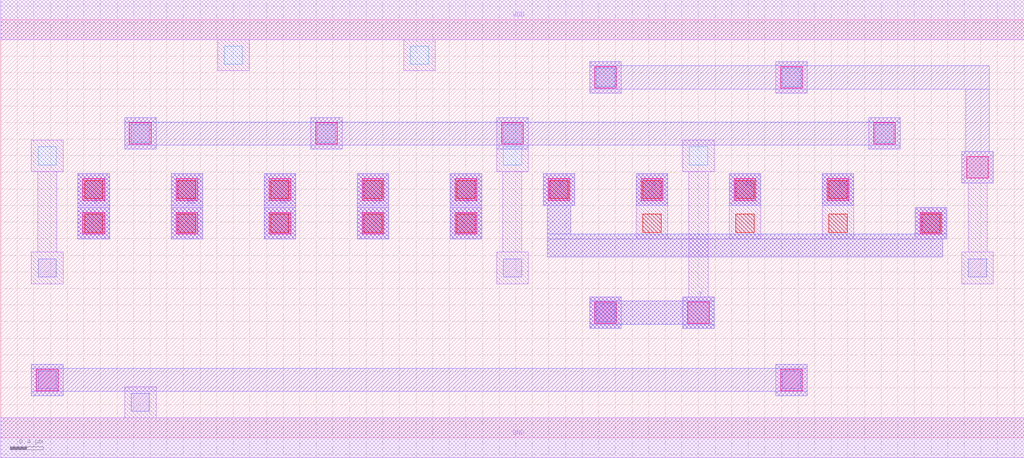
<source format=lef>
MACRO AAOAAOI2214
 CLASS CORE ;
 FOREIGN AAOAAOI2214 0 0 ;
 SIZE 12.32 BY 5.04 ;
 ORIGIN 0 0 ;
 SYMMETRY X Y R90 ;
 SITE unit ;
  PIN VDD
   DIRECTION INOUT ;
   USE POWER ;
   SHAPE ABUTMENT ;
    PORT
     CLASS CORE ;
       LAYER met1 ;
        RECT 0.00000000 4.80000000 12.32000000 5.28000000 ;
    END
  END VDD

  PIN GND
   DIRECTION INOUT ;
   USE POWER ;
   SHAPE ABUTMENT ;
    PORT
     CLASS CORE ;
       LAYER met1 ;
        RECT 0.00000000 -0.24000000 12.32000000 0.24000000 ;
    END
  END GND

  PIN Y
   DIRECTION INOUT ;
   USE SIGNAL ;
   SHAPE ABUTMENT ;
    PORT
     CLASS CORE ;
       LAYER met2 ;
        RECT 7.09000000 1.31700000 7.47000000 1.36700000 ;
        RECT 8.21000000 1.31700000 8.59000000 1.36700000 ;
        RECT 7.09000000 1.36700000 8.59000000 1.64700000 ;
        RECT 7.09000000 1.64700000 7.47000000 1.69700000 ;
        RECT 8.21000000 1.64700000 8.59000000 1.69700000 ;
    END
  END Y

  PIN D2
   DIRECTION INOUT ;
   USE SIGNAL ;
   SHAPE ABUTMENT ;
    PORT
     CLASS CORE ;
       LAYER met2 ;
        RECT 3.17000000 2.39700000 3.55000000 3.18200000 ;
    END
  END D2

  PIN A1
   DIRECTION INOUT ;
   USE SIGNAL ;
   SHAPE ABUTMENT ;
    PORT
     CLASS CORE ;
       LAYER met2 ;
        RECT 8.77000000 2.80200000 9.15000000 3.18200000 ;
    END
  END A1

  PIN B1
   DIRECTION INOUT ;
   USE SIGNAL ;
   SHAPE ABUTMENT ;
    PORT
     CLASS CORE ;
       LAYER met2 ;
        RECT 9.89000000 2.80200000 10.27000000 3.18200000 ;
    END
  END B1

  PIN C
   DIRECTION INOUT ;
   USE SIGNAL ;
   SHAPE ABUTMENT ;
    PORT
     CLASS CORE ;
       LAYER met2 ;
        RECT 0.93000000 2.39700000 1.31000000 3.18200000 ;
    END
  END C

  PIN B
   DIRECTION INOUT ;
   USE SIGNAL ;
   SHAPE ABUTMENT ;
    PORT
     CLASS CORE ;
       LAYER met2 ;
        RECT 6.58000000 2.17700000 11.34000000 2.39700000 ;
        RECT 6.58000000 2.39700000 11.39000000 2.45700000 ;
        RECT 11.01000000 2.45700000 11.39000000 2.77700000 ;
        RECT 6.58000000 2.45700000 6.86000000 2.80200000 ;
        RECT 6.53000000 2.80200000 6.91000000 3.18200000 ;
    END
  END B

  PIN A
   DIRECTION INOUT ;
   USE SIGNAL ;
   SHAPE ABUTMENT ;
    PORT
     CLASS CORE ;
       LAYER met2 ;
        RECT 7.65000000 2.80200000 8.03000000 3.18200000 ;
    END
  END A

  PIN D
   DIRECTION INOUT ;
   USE SIGNAL ;
   SHAPE ABUTMENT ;
    PORT
     CLASS CORE ;
       LAYER met2 ;
        RECT 5.41000000 2.39700000 5.79000000 3.18200000 ;
    END
  END D

  PIN D3
   DIRECTION INOUT ;
   USE SIGNAL ;
   SHAPE ABUTMENT ;
    PORT
     CLASS CORE ;
       LAYER met2 ;
        RECT 2.05000000 2.39700000 2.43000000 3.18200000 ;
    END
  END D3

  PIN D1
   DIRECTION INOUT ;
   USE SIGNAL ;
   SHAPE ABUTMENT ;
    PORT
     CLASS CORE ;
       LAYER met2 ;
        RECT 4.29000000 2.39700000 4.67000000 3.18200000 ;
    END
  END D1

 OBS
    LAYER polycont ;
     RECT 1.01000000 2.47700000 1.23000000 2.69700000 ;
     RECT 2.13000000 2.47700000 2.35000000 2.69700000 ;
     RECT 3.25000000 2.47700000 3.47000000 2.69700000 ;
     RECT 4.37000000 2.47700000 4.59000000 2.69700000 ;
     RECT 5.49000000 2.47700000 5.71000000 2.69700000 ;
     RECT 7.73000000 2.47700000 7.95000000 2.69700000 ;
     RECT 8.85000000 2.47700000 9.07000000 2.69700000 ;
     RECT 9.97000000 2.47700000 10.19000000 2.69700000 ;
     RECT 11.09000000 2.47700000 11.31000000 2.69700000 ;
     RECT 1.01000000 2.88200000 1.23000000 3.10200000 ;
     RECT 2.13000000 2.88200000 2.35000000 3.10200000 ;
     RECT 3.25000000 2.88200000 3.47000000 3.10200000 ;
     RECT 4.37000000 2.88200000 4.59000000 3.10200000 ;
     RECT 5.49000000 2.88200000 5.71000000 3.10200000 ;
     RECT 6.61000000 2.88200000 6.83000000 3.10200000 ;
     RECT 7.73000000 2.88200000 7.95000000 3.10200000 ;
     RECT 8.85000000 2.88200000 9.07000000 3.10200000 ;
     RECT 9.97000000 2.88200000 10.19000000 3.10200000 ;

    LAYER pdiffc ;
     RECT 0.45000000 3.28700000 0.67000000 3.50700000 ;
     RECT 6.05000000 3.28700000 6.27000000 3.50700000 ;
     RECT 8.29000000 3.28700000 8.51000000 3.50700000 ;
     RECT 1.57000000 3.55700000 1.79000000 3.77700000 ;
     RECT 3.81000000 3.55700000 4.03000000 3.77700000 ;
     RECT 6.05000000 3.55700000 6.27000000 3.77700000 ;
     RECT 10.53000000 3.55700000 10.75000000 3.77700000 ;
     RECT 7.17000000 4.23200000 7.39000000 4.45200000 ;
     RECT 9.41000000 4.23200000 9.63000000 4.45200000 ;
     RECT 2.69000000 4.50200000 2.91000000 4.72200000 ;
     RECT 4.93000000 4.50200000 5.15000000 4.72200000 ;

    LAYER ndiffc ;
     RECT 1.57000000 0.31700000 1.79000000 0.53700000 ;
     RECT 0.45000000 0.58700000 0.67000000 0.80700000 ;
     RECT 9.41000000 0.58700000 9.63000000 0.80700000 ;
     RECT 7.17000000 1.39700000 7.39000000 1.61700000 ;
     RECT 0.45000000 1.93700000 0.67000000 2.15700000 ;
     RECT 6.05000000 1.93700000 6.27000000 2.15700000 ;
     RECT 11.65000000 1.93700000 11.87000000 2.15700000 ;

    LAYER met1 ;
     RECT 0.00000000 -0.24000000 12.32000000 0.24000000 ;
     RECT 1.49000000 0.24000000 1.87000000 0.61700000 ;
     RECT 0.37000000 0.50700000 0.75000000 0.88700000 ;
     RECT 9.33000000 0.50700000 9.71000000 0.88700000 ;
     RECT 7.09000000 1.31700000 7.47000000 1.69700000 ;
     RECT 0.93000000 2.39700000 1.31000000 2.77700000 ;
     RECT 2.05000000 2.39700000 2.43000000 2.77700000 ;
     RECT 3.17000000 2.39700000 3.55000000 2.77700000 ;
     RECT 4.29000000 2.39700000 4.67000000 2.77700000 ;
     RECT 5.41000000 2.39700000 5.79000000 2.77700000 ;
     RECT 11.01000000 2.39700000 11.39000000 2.77700000 ;
     RECT 0.93000000 2.80200000 1.31000000 3.18200000 ;
     RECT 2.05000000 2.80200000 2.43000000 3.18200000 ;
     RECT 3.17000000 2.80200000 3.55000000 3.18200000 ;
     RECT 4.29000000 2.80200000 4.67000000 3.18200000 ;
     RECT 5.41000000 2.80200000 5.79000000 3.18200000 ;
     RECT 6.53000000 2.80200000 6.91000000 3.18200000 ;
     RECT 7.65000000 2.39700000 8.03000000 3.18200000 ;
     RECT 8.77000000 2.39700000 9.15000000 3.18200000 ;
     RECT 9.89000000 2.39700000 10.27000000 3.18200000 ;
     RECT 11.57000000 1.85700000 11.95000000 2.23700000 ;
     RECT 11.64500000 2.23700000 11.87500000 3.07200000 ;
     RECT 11.57000000 3.07200000 11.95000000 3.45200000 ;
     RECT 0.37000000 1.85700000 0.75000000 2.23700000 ;
     RECT 0.44500000 2.23700000 0.67500000 3.20700000 ;
     RECT 0.37000000 3.20700000 0.75000000 3.58700000 ;
     RECT 8.21000000 1.31700000 8.59000000 1.69700000 ;
     RECT 8.28500000 1.69700000 8.51500000 3.20700000 ;
     RECT 8.21000000 3.20700000 8.59000000 3.58700000 ;
     RECT 1.49000000 3.47700000 1.87000000 3.85700000 ;
     RECT 3.73000000 3.47700000 4.11000000 3.85700000 ;
     RECT 5.97000000 1.85700000 6.35000000 2.23700000 ;
     RECT 6.04500000 2.23700000 6.27500000 3.20700000 ;
     RECT 5.97000000 3.20700000 6.35000000 3.85700000 ;
     RECT 10.45000000 3.47700000 10.83000000 3.85700000 ;
     RECT 7.09000000 4.15200000 7.47000000 4.53200000 ;
     RECT 9.33000000 4.15200000 9.71000000 4.53200000 ;
     RECT 2.61000000 4.42200000 2.99000000 4.80000000 ;
     RECT 4.85000000 4.42200000 5.23000000 4.80000000 ;
     RECT 0.00000000 4.80000000 12.32000000 5.28000000 ;

    LAYER via1 ;
     RECT 0.43000000 0.56700000 0.69000000 0.82700000 ;
     RECT 9.39000000 0.56700000 9.65000000 0.82700000 ;
     RECT 7.15000000 1.37700000 7.41000000 1.63700000 ;
     RECT 8.27000000 1.37700000 8.53000000 1.63700000 ;
     RECT 0.99000000 2.45700000 1.25000000 2.71700000 ;
     RECT 2.11000000 2.45700000 2.37000000 2.71700000 ;
     RECT 3.23000000 2.45700000 3.49000000 2.71700000 ;
     RECT 4.35000000 2.45700000 4.61000000 2.71700000 ;
     RECT 5.47000000 2.45700000 5.73000000 2.71700000 ;
     RECT 11.07000000 2.45700000 11.33000000 2.71700000 ;
     RECT 0.99000000 2.86200000 1.25000000 3.12200000 ;
     RECT 2.11000000 2.86200000 2.37000000 3.12200000 ;
     RECT 3.23000000 2.86200000 3.49000000 3.12200000 ;
     RECT 4.35000000 2.86200000 4.61000000 3.12200000 ;
     RECT 5.47000000 2.86200000 5.73000000 3.12200000 ;
     RECT 6.59000000 2.86200000 6.85000000 3.12200000 ;
     RECT 7.71000000 2.86200000 7.97000000 3.12200000 ;
     RECT 8.83000000 2.86200000 9.09000000 3.12200000 ;
     RECT 9.95000000 2.86200000 10.21000000 3.12200000 ;
     RECT 11.63000000 3.13200000 11.89000000 3.39200000 ;
     RECT 1.55000000 3.53700000 1.81000000 3.79700000 ;
     RECT 3.79000000 3.53700000 4.05000000 3.79700000 ;
     RECT 6.03000000 3.53700000 6.29000000 3.79700000 ;
     RECT 10.51000000 3.53700000 10.77000000 3.79700000 ;
     RECT 7.15000000 4.21200000 7.41000000 4.47200000 ;
     RECT 9.39000000 4.21200000 9.65000000 4.47200000 ;

    LAYER met2 ;
     RECT 0.37000000 0.50700000 0.75000000 0.55700000 ;
     RECT 9.33000000 0.50700000 9.71000000 0.55700000 ;
     RECT 0.37000000 0.55700000 9.71000000 0.83700000 ;
     RECT 0.37000000 0.83700000 0.75000000 0.88700000 ;
     RECT 9.33000000 0.83700000 9.71000000 0.88700000 ;
     RECT 7.09000000 1.31700000 7.47000000 1.36700000 ;
     RECT 8.21000000 1.31700000 8.59000000 1.36700000 ;
     RECT 7.09000000 1.36700000 8.59000000 1.64700000 ;
     RECT 7.09000000 1.64700000 7.47000000 1.69700000 ;
     RECT 8.21000000 1.64700000 8.59000000 1.69700000 ;
     RECT 0.93000000 2.39700000 1.31000000 3.18200000 ;
     RECT 2.05000000 2.39700000 2.43000000 3.18200000 ;
     RECT 3.17000000 2.39700000 3.55000000 3.18200000 ;
     RECT 4.29000000 2.39700000 4.67000000 3.18200000 ;
     RECT 5.41000000 2.39700000 5.79000000 3.18200000 ;
     RECT 6.58000000 2.17700000 11.34000000 2.39700000 ;
     RECT 6.58000000 2.39700000 11.39000000 2.45700000 ;
     RECT 11.01000000 2.45700000 11.39000000 2.77700000 ;
     RECT 6.58000000 2.45700000 6.86000000 2.80200000 ;
     RECT 6.53000000 2.80200000 6.91000000 3.18200000 ;
     RECT 7.65000000 2.80200000 8.03000000 3.18200000 ;
     RECT 8.77000000 2.80200000 9.15000000 3.18200000 ;
     RECT 9.89000000 2.80200000 10.27000000 3.18200000 ;
     RECT 1.49000000 3.47700000 1.87000000 3.52700000 ;
     RECT 3.73000000 3.47700000 4.11000000 3.52700000 ;
     RECT 5.97000000 3.47700000 6.35000000 3.52700000 ;
     RECT 10.45000000 3.47700000 10.83000000 3.52700000 ;
     RECT 1.49000000 3.52700000 10.83000000 3.80700000 ;
     RECT 1.49000000 3.80700000 1.87000000 3.85700000 ;
     RECT 3.73000000 3.80700000 4.11000000 3.85700000 ;
     RECT 5.97000000 3.80700000 6.35000000 3.85700000 ;
     RECT 10.45000000 3.80700000 10.83000000 3.85700000 ;
     RECT 11.57000000 3.07200000 11.95000000 3.45200000 ;
     RECT 7.09000000 4.15200000 7.47000000 4.20200000 ;
     RECT 9.33000000 4.15200000 9.71000000 4.20200000 ;
     RECT 11.62000000 3.45200000 11.90000000 4.20200000 ;
     RECT 7.09000000 4.20200000 11.90000000 4.48200000 ;
     RECT 7.09000000 4.48200000 7.47000000 4.53200000 ;
     RECT 9.33000000 4.48200000 9.71000000 4.53200000 ;

 END
END AAOAAOI2214

</source>
